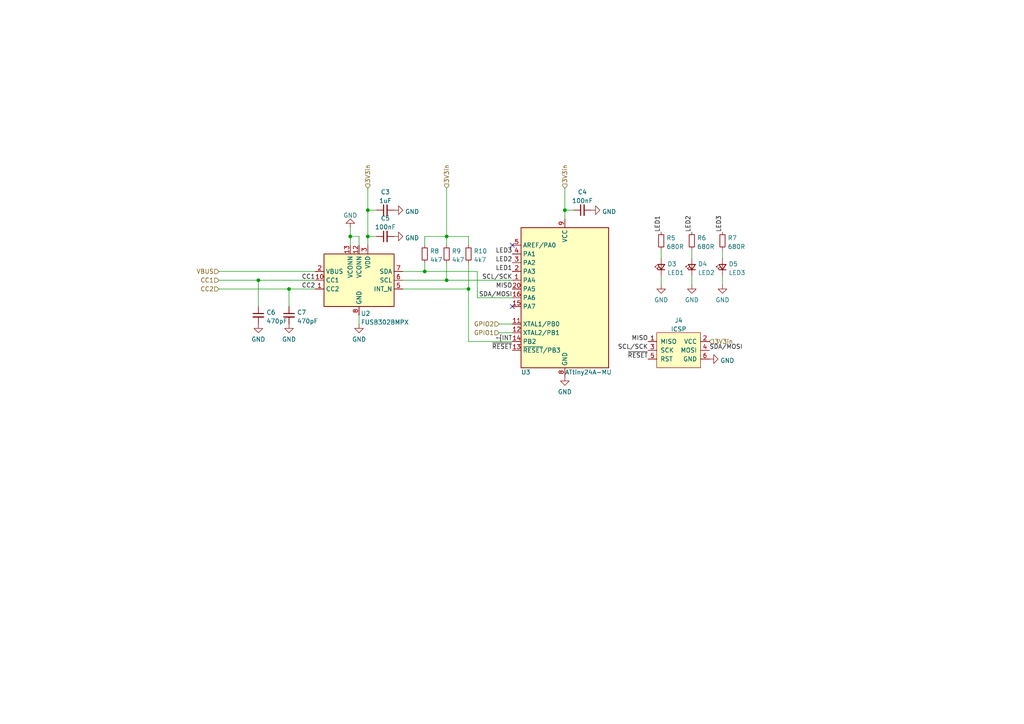
<source format=kicad_sch>
(kicad_sch (version 20211123) (generator eeschema)
  (paper "A4")
  (title_block (title "BloopBox Tailboard") (date "2022-12-03") (rev "1.0.1") (company "Qetesh"))
  (lib_symbols
    (symbol "Device:C_Small" (pin_numbers hide) (pin_names (offset 0.254) hide)
      (property "Reference" "C" (at 0.254 1.778 0))
      (property "Value" "C_Small" (at 0.254 -2.032 0))
      (symbol "C_Small_0_1"
        (polyline (pts (xy -1.524 -0.508) (xy 1.524 -0.508)) (stroke (width 0.3302)))
        (polyline (pts (xy -1.524 0.508) (xy 1.524 0.508)) (stroke (width 0.3048)))
      )
      (symbol "C_Small_1_1"
        (pin passive line (at 0 2.54 270) (length 2.032) (name "~") (number "1"))
        (pin passive line (at 0 -2.54 90) (length 2.032) (name "~") (number "2"))
      )
    )
    (symbol "Device:LED_Small" (pin_numbers hide) (pin_names (offset 0.254) hide)
      (property "Reference" "D" (at -1.27 3.175 0))
      (property "Value" "LED_Small" (at -4.445 -2.54 0))
      (symbol "LED_Small_0_1"
        (polyline (pts (xy -0.762 -1.016) (xy -0.762 1.016)) (stroke (width 0.254)))
        (polyline (pts (xy 1.016 0) (xy -0.762 0)))
        (polyline (pts (xy 0.762 -1.016) (xy -0.762 0) (xy 0.762 1.016) (xy 0.762 -1.016)) (stroke (width 0.254)))
        (polyline (pts (xy 0 0.762) (xy -0.508 1.27) (xy -0.254 1.27) (xy -0.508 1.27) (xy -0.508 1.016)))
        (polyline (pts (xy 0.508 1.27) (xy 0 1.778) (xy 0.254 1.778) (xy 0 1.778) (xy 0 1.524)))
      )
      (symbol "LED_Small_1_1"
        (pin passive line (at -2.54 0 0) (length 1.778) (name "K") (number "1"))
        (pin passive line (at 2.54 0 180) (length 1.778) (name "A") (number "2"))
      )
    )
    (symbol "Device:R_Small" (pin_numbers hide) (pin_names (offset 0.254) hide)
      (property "Reference" "R" (at 0.762 0.508 0))
      (property "Value" "R_Small" (at 0.762 -1.016 0))
      (symbol "R_Small_0_1"
        (rectangle (start -0.762 1.778) (end 0.762 -1.778) (stroke (width 0.2032)))
      )
      (symbol "R_Small_1_1"
        (pin passive line (at 0 2.54 270) (length 0.762) (name "~") (number "1"))
        (pin passive line (at 0 -2.54 90) (length 0.762) (name "~") (number "2"))
      )
    )
    (symbol "Interface_USB:FUSB302BMPX"
      (property "Reference" "U" (at -10.16 8.89 0))
      (property "Value" "FUSB302BMPX" (at 3.81 8.89 0))
      (symbol "FUSB302BMPX_0_1"
        (rectangle (start -10.16 7.62) (end 10.16 -7.62) (stroke (width 0.254)) (fill (type background)))
      )
      (symbol "FUSB302BMPX_1_1"
        (pin bidirectional line (at 12.7 -2.54 180) (length 2.54) (name "CC2") (number "1"))
        (pin bidirectional line (at 12.7 0 180) (length 2.54) (name "CC1") (number "10"))
        (pin bidirectional line (at 12.7 0 180) (length 2.54) hide (name "CC1") (number "11"))
        (pin power_in line (at 0 10.16 270) (length 2.54) (name "VCONN") (number "12"))
        (pin power_in line (at 2.54 10.16 270) (length 2.54) (name "VCONN") (number "13"))
        (pin bidirectional line (at 12.7 -2.54 180) (length 2.54) hide (name "CC2") (number "14"))
        (pin passive line (at 0 -10.16 90) (length 2.54) hide (name "GND") (number "15"))
        (pin input line (at 12.7 2.54 180) (length 2.54) (name "VBUS") (number "2"))
        (pin power_in line (at -2.54 10.16 270) (length 2.54) (name "VDD") (number "3"))
        (pin passive line (at -2.54 10.16 270) (length 2.54) hide (name "VDD") (number "4"))
        (pin open_collector line (at -12.7 -2.54 0) (length 2.54) (name "INT_N") (number "5"))
        (pin input line (at -12.7 0 0) (length 2.54) (name "SCL") (number "6"))
        (pin bidirectional line (at -12.7 2.54 0) (length 2.54) (name "SDA") (number "7"))
        (pin power_in line (at 0 -10.16 90) (length 2.54) (name "GND") (number "8"))
        (pin passive line (at 0 -10.16 90) (length 2.54) hide (name "GND") (number "9"))
      )
    )
    (symbol "MCU_Microchip_ATtiny:ATtiny24A-M"
      (property "Reference" "U" (at -12.7 21.59 0))
      (property "Value" "ATtiny24A-M" (at 2.54 -21.59 0))
      (symbol "ATtiny24A-M_0_1"
        (rectangle (start -12.7 -20.32) (end 12.7 20.32) (stroke (width 0.254)) (fill (type background)))
      )
      (symbol "ATtiny24A-M_1_1"
        (pin bidirectional line (at 15.24 5.08 180) (length 2.54) (name "PA4") (number "1"))
        (pin no_connect line (at -12.7 -10.16 0) (length 2.54) hide (name "NC") (number "10"))
        (pin bidirectional line (at 15.24 -7.62 180) (length 2.54) (name "XTAL1/PB0") (number "11"))
        (pin bidirectional line (at 15.24 -10.16 180) (length 2.54) (name "XTAL2/PB1") (number "12"))
        (pin bidirectional line (at 15.24 -15.24 180) (length 2.54) (name "~{RESET}/PB3") (number "13"))
        (pin bidirectional line (at 15.24 -12.7 180) (length 2.54) (name "PB2") (number "14"))
        (pin bidirectional line (at 15.24 -2.54 180) (length 2.54) (name "PA7") (number "15"))
        (pin bidirectional line (at 15.24 0 180) (length 2.54) (name "PA6") (number "16"))
        (pin no_connect line (at -12.7 -12.7 0) (length 2.54) hide (name "NC") (number "17"))
        (pin no_connect line (at -12.7 -15.24 0) (length 2.54) hide (name "NC") (number "18"))
        (pin no_connect line (at -12.7 -17.78 0) (length 2.54) hide (name "NC") (number "19"))
        (pin bidirectional line (at 15.24 7.62 180) (length 2.54) (name "PA3") (number "2"))
        (pin bidirectional line (at 15.24 2.54 180) (length 2.54) (name "PA5") (number "20"))
        (pin passive line (at 0 -22.86 90) (length 2.54) hide (name "GND") (number "21"))
        (pin bidirectional line (at 15.24 10.16 180) (length 2.54) (name "PA2") (number "3"))
        (pin bidirectional line (at 15.24 12.7 180) (length 2.54) (name "PA1") (number "4"))
        (pin bidirectional line (at 15.24 15.24 180) (length 2.54) (name "AREF/PA0") (number "5"))
        (pin no_connect line (at -12.7 -5.08 0) (length 2.54) hide (name "NC") (number "6"))
        (pin no_connect line (at -12.7 -7.62 0) (length 2.54) hide (name "NC") (number "7"))
        (pin power_in line (at 0 -22.86 90) (length 2.54) (name "GND") (number "8"))
        (pin power_in line (at 0 22.86 270) (length 2.54) (name "VCC") (number "9"))
      )
    )
    (symbol "My_Symbols:ICSP" (pin_names (offset 1.016))
      (property "Reference" "J" (at 0 0 0))
      (property "Value" "ICSP" (at 0 0 0))
      (symbol "ICSP_0_1"
        (rectangle (start -6.35 -1.27) (end 6.35 -11.43) (fill (type background)))
      )
      (symbol "ICSP_1_1"
        (pin passive line (at -8.89 -3.81 0) (length 2.54) (name "MISO") (number "1"))
        (pin passive line (at 8.89 -3.81 180) (length 2.54) (name "VCC") (number "2"))
        (pin passive line (at -8.89 -6.35 0) (length 2.54) (name "SCK") (number "3"))
        (pin passive line (at 8.89 -6.35 180) (length 2.54) (name "MOSI") (number "4"))
        (pin passive line (at -8.89 -8.89 0) (length 2.54) (name "RST") (number "5"))
        (pin passive line (at 8.89 -8.89 180) (length 2.54) (name "GND") (number "6"))
      )
    )
    (symbol "power:GND" (power) (pin_names (offset 0))
      (property "Value" "GND" (at 0 -3.81 0))
      (symbol "GND_0_1"
        (polyline (pts (xy 0 0) (xy 0 -1.27) (xy 1.27 -1.27) (xy 0 -2.54) (xy -1.27 -1.27) (xy 0 -1.27)))
      )
      (symbol "GND_1_1"
        (pin power_in line (at 0 0 270) (length 0) hide (name "GND") (number "1"))
      )
    )
  )
  (junction (at 163.83 60.96))
  (junction (at 83.82 83.82))
  (junction (at 74.93 81.28))
  (junction (at 101.6 68.58))
  (junction (at 123.19 78.74))
  (junction (at 135.89 83.82))
  (junction (at 129.54 81.28))
  (junction (at 129.54 68.58))
  (junction (at 106.68 60.96))
  (junction (at 106.68 68.58))
  (no_connect (at 148.59 71.12))
  (no_connect (at 148.59 88.9))
  (wire (pts (xy 63.5 81.28) (xy 74.93 81.28)))
  (wire (pts (xy 135.89 76.2) (xy 135.89 83.82)))
  (wire (pts (xy 63.5 83.82) (xy 83.82 83.82)))
  (wire (pts (xy 101.6 68.58) (xy 101.6 71.12)))
  (wire (pts (xy 101.6 66.04) (xy 101.6 68.58)))
  (wire (pts (xy 106.68 54.61) (xy 106.68 60.96)))
  (wire (pts (xy 83.82 83.82) (xy 83.82 88.9)))
  (wire (pts (xy 123.19 71.12) (xy 123.19 68.58)))
  (wire (pts (xy 106.68 68.58) (xy 109.22 68.58)))
  (wire (pts (xy 91.44 83.82) (xy 83.82 83.82)))
  (wire (pts (xy 135.89 71.12) (xy 135.89 68.58)))
  (wire (pts (xy 123.19 68.58) (xy 129.54 68.58)))
  (wire (pts (xy 123.19 76.2) (xy 123.19 78.74)))
  (wire (pts (xy 104.14 68.58) (xy 101.6 68.58)))
  (wire (pts (xy 129.54 76.2) (xy 129.54 81.28)))
  (wire (pts (xy 166.37 60.96) (xy 163.83 60.96)))
  (wire (pts (xy 209.55 72.39) (xy 209.55 74.93)))
  (wire (pts (xy 144.78 93.98) (xy 148.59 93.98)))
  (wire (pts (xy 209.55 82.55) (xy 209.55 80.01)))
  (wire (pts (xy 104.14 93.98) (xy 104.14 91.44)))
  (wire (pts (xy 106.68 60.96) (xy 106.68 68.58)))
  (wire (pts (xy 200.66 72.39) (xy 200.66 74.93)))
  (wire (pts (xy 200.66 82.55) (xy 200.66 80.01)))
  (wire (pts (xy 144.78 96.52) (xy 148.59 96.52)))
  (wire (pts (xy 123.19 78.74) (xy 138.43 78.74)))
  (wire (pts (xy 129.54 68.58) (xy 129.54 71.12)))
  (wire (pts (xy 116.84 81.28) (xy 129.54 81.28)))
  (wire (pts (xy 63.5 78.74) (xy 91.44 78.74)))
  (wire (pts (xy 74.93 81.28) (xy 74.93 88.9)))
  (wire (pts (xy 163.83 60.96) (xy 163.83 63.5)))
  (wire (pts (xy 123.19 78.74) (xy 116.84 78.74)))
  (wire (pts (xy 138.43 86.36) (xy 138.43 78.74)))
  (wire (pts (xy 129.54 54.61) (xy 129.54 68.58)))
  (wire (pts (xy 106.68 60.96) (xy 109.22 60.96)))
  (wire (pts (xy 106.68 71.12) (xy 106.68 68.58)))
  (wire (pts (xy 191.77 72.39) (xy 191.77 74.93)))
  (wire (pts (xy 135.89 83.82) (xy 135.89 99.06)))
  (wire (pts (xy 163.83 60.96) (xy 163.83 54.61)))
  (wire (pts (xy 104.14 71.12) (xy 104.14 68.58)))
  (wire (pts (xy 135.89 99.06) (xy 148.59 99.06)))
  (wire (pts (xy 129.54 68.58) (xy 135.89 68.58)))
  (wire (pts (xy 74.93 81.28) (xy 91.44 81.28)))
  (wire (pts (xy 129.54 81.28) (xy 148.59 81.28)))
  (wire (pts (xy 191.77 82.55) (xy 191.77 80.01)))
  (wire (pts (xy 148.59 86.36) (xy 138.43 86.36)))
  (wire (pts (xy 135.89 83.82) (xy 116.84 83.82)))
  (label "MISO" (at 148.59 83.82 180))
  (label "LED1" (at 191.77 67.31 90))
  (label "SDA{slash}MOSI" (at 205.74 101.6 0))
  (label "LED2" (at 200.66 67.31 90))
  (label "CC1" (at 91.44 81.28 180))
  (label "SDA{slash}MOSI" (at 148.59 86.36 180))
  (label "~{RESET}" (at 148.59 101.6 180))
  (label "~{RESET}" (at 187.96 104.14 180))
  (label "SCL{slash}SCK" (at 148.59 81.28 180))
  (label "CC2" (at 91.44 83.82 180))
  (label "~{INT" (at 148.59 99.06 180))
  (label "SCL{slash}SCK" (at 187.96 101.6 180))
  (label "LED2" (at 148.59 76.2 180))
  (label "LED3" (at 148.59 73.66 180))
  (label "LED3" (at 209.55 67.31 90))
  (label "MISO" (at 187.96 99.06 180))
  (label "LED1" (at 148.59 78.74 180))
  (hierarchical_label "3V3in" (shape input) (at 106.68 54.61 90))
  (hierarchical_label "3V3in" (shape input) (at 129.54 54.61 90))
  (hierarchical_label "CC2" (shape input) (at 63.5 83.82 180))
  (hierarchical_label "GPIO2" (shape input) (at 144.78 93.98 180))
  (hierarchical_label "VBUS" (shape input) (at 63.5 78.74 180))
  (hierarchical_label "3V3in" (shape input) (at 163.83 54.61 90))
  (hierarchical_label "3V3in" (shape input) (at 205.74 99.06 0))
  (hierarchical_label "GPIO1" (shape input) (at 144.78 96.52 180))
  (hierarchical_label "CC1" (shape input) (at 63.5 81.28 180))
  (symbol (lib_id "power:GND") (at 101.6 66.04 180) (unit 1)
    (property "Reference" "#PWR026" (effects hide))
    (property "Value" "GND" (at 101.6 62.4642 0))
  )
  (symbol (lib_id "power:GND") (at 114.3 68.58 90) (unit 1)
    (property "Reference" "#PWR027" (effects hide))
    (property "Value" "GND" (at 117.475 69.0138 90) (effects (justify right)))
  )
  (symbol (lib_id "Device:C_Small") (at 74.93 91.44 0) (unit 1)
    (property "Reference" "C6" (at 77.2541 90.6116 0) (effects (justify left)))
    (property "Value" "470pF" (at 77.2541 93.1485 0) (effects (justify left)))
    (property "Footprint" "Capacitor_SMD:C_0402_1005Metric" (effects hide))
    (property "LCSC" "C1537" (effects hide))
  )
  (symbol (lib_id "Device:R_Small") (at 129.54 73.66 0) (unit 1)
    (property "Reference" "R9" (at 131.0386 72.8253 0) (effects (justify left)))
    (property "Value" "4k7" (at 131.0386 75.3622 0) (effects (justify left)))
    (property "Footprint" "Resistor_SMD:R_0402_1005Metric" (effects hide))
  )
  (symbol (lib_id "Device:C_Small") (at 111.76 60.96 90) (unit 1)
    (property "Reference" "C3" (at 111.7663 55.6981 90))
    (property "Value" "1uF" (at 111.7663 58.235 90))
    (property "Footprint" "Capacitor_SMD:C_0402_1005Metric" (effects hide))
    (property "LCSC" "C52923" (effects hide))
  )
  (symbol (lib_id "MCU_Microchip_ATtiny:ATtiny24A-M") (at 163.83 86.36 0) (mirror y) (unit 1)
    (property "Reference" "U3" (at 151.13 107.95 0) (effects (justify right)))
    (property "Value" "ATtiny24A-MU" (at 163.83 107.95 0) (effects (justify right)))
    (property "Footprint" "Package_DFN_QFN:QFN-20-1EP_4x4mm_P0.5mm_EP2.6x2.6mm" (effects hide))
    (property "Datasheet" "http://ww1.microchip.com/downloads/en/DeviceDoc/doc8183.pdf" (effects hide))
    (property "LCSC" "C8726" (effects hide))
  )
  (symbol (lib_id "power:GND") (at 114.3 60.96 90) (unit 1)
    (property "Reference" "#PWR024" (effects hide))
    (property "Value" "GND" (at 117.475 61.3938 90) (effects (justify right)))
  )
  (symbol (lib_id "power:GND") (at 191.77 82.55 0) (unit 1)
    (property "Reference" "#PWR028" (effects hide))
    (property "Value" "GND" (at 191.77 86.9934 0))
  )
  (symbol (lib_id "My_Symbols:ICSP") (at 196.85 95.25 0) (unit 1)
    (property "Reference" "J4" (at 196.85 92.9472 0))
    (property "Value" "ICSP" (at 196.85 95.4841 0))
    (property "Footprint" "Connector_PinHeader_2.54mm:PinHeader_2x03_P2.54mm_Vertical" (effects hide))
  )
  (symbol (lib_id "power:GND") (at 209.55 82.55 0) (unit 1)
    (property "Reference" "#PWR030" (effects hide))
    (property "Value" "GND" (at 209.55 86.9934 0))
  )
  (symbol (lib_id "Device:LED_Small") (at 200.66 77.47 90) (unit 1)
    (property "Reference" "D4" (at 202.438 76.5718 90) (effects (justify right)))
    (property "Value" "LED2" (at 202.438 79.1087 90) (effects (justify right)))
    (property "Footprint" "LED_SMD:LED_0603_1608Metric" (effects hide))
    (property "LCSC" "C72038" (effects hide))
  )
  (symbol (lib_id "Device:LED_Small") (at 209.55 77.47 90) (unit 1)
    (property "Reference" "D5" (at 211.328 76.5718 90) (effects (justify right)))
    (property "Value" "LED3" (at 211.328 79.1087 90) (effects (justify right)))
    (property "Footprint" "LED_SMD:LED_0603_1608Metric" (effects hide))
    (property "LCSC" "C72038" (effects hide))
  )
  (symbol (lib_id "Device:C_Small") (at 83.82 91.44 0) (unit 1)
    (property "Reference" "C7" (at 86.1441 90.6116 0) (effects (justify left)))
    (property "Value" "470pF" (at 86.1441 93.1485 0) (effects (justify left)))
    (property "Footprint" "Capacitor_SMD:C_0402_1005Metric" (effects hide))
    (property "LCSC" "C1537" (effects hide))
  )
  (symbol (lib_id "Interface_USB:FUSB302BMPX") (at 104.14 81.28 0) (mirror y) (unit 1)
    (property "Reference" "U2" (at 104.6606 90.9304 0) (effects (justify right)))
    (property "Value" "FUSB302BMPX" (at 104.6606 93.4673 0) (effects (justify right)))
    (property "Footprint" "Package_DFN_QFN:WQFN-14-1EP_2.5x2.5mm_P0.5mm_EP1.45x1.45mm" (effects hide))
    (property "Datasheet" "http://www.onsemi.com/pub/Collateral/FUSB302B-D.PDF" (effects hide))
    (property "LCSC" "C132291" (effects hide))
  )
  (symbol (lib_id "Device:C_Small") (at 111.76 68.58 90) (unit 1)
    (property "Reference" "C5" (at 111.7663 63.3181 90))
    (property "Value" "100nF" (at 111.7663 65.855 90))
    (property "Footprint" "Capacitor_SMD:C_0402_1005Metric" (effects hide))
    (property "LCSC" "C1525" (effects hide))
  )
  (symbol (lib_id "power:GND") (at 163.83 109.22 0) (unit 1)
    (property "Reference" "#PWR035" (effects hide))
    (property "Value" "GND" (at 163.83 113.6634 0))
  )
  (symbol (lib_id "power:GND") (at 200.66 82.55 0) (unit 1)
    (property "Reference" "#PWR029" (effects hide))
    (property "Value" "GND" (at 200.66 86.9934 0))
  )
  (symbol (lib_id "power:GND") (at 104.14 93.98 0) (unit 1)
    (property "Reference" "#PWR033" (effects hide))
    (property "Value" "GND" (at 104.14 98.4234 0))
  )
  (symbol (lib_id "Device:LED_Small") (at 191.77 77.47 90) (unit 1)
    (property "Reference" "D3" (at 193.548 76.5718 90) (effects (justify right)))
    (property "Value" "LED1" (at 193.548 79.1087 90) (effects (justify right)))
    (property "Footprint" "LED_SMD:LED_0603_1608Metric" (effects hide))
    (property "LCSC" "C72038" (effects hide))
  )
  (symbol (lib_id "Device:R_Small") (at 200.66 69.85 0) (unit 1)
    (property "Reference" "R6" (at 202.1586 69.0153 0) (effects (justify left)))
    (property "Value" "680R" (at 202.1586 71.5522 0) (effects (justify left)))
    (property "Footprint" "Resistor_SMD:R_0402_1005Metric" (effects hide))
  )
  (symbol (lib_id "power:GND") (at 171.45 60.96 90) (unit 1)
    (property "Reference" "#PWR025" (effects hide))
    (property "Value" "GND" (at 174.625 61.3938 90) (effects (justify right)))
  )
  (symbol (lib_id "Device:R_Small") (at 209.55 69.85 0) (unit 1)
    (property "Reference" "R7" (at 211.0486 69.0153 0) (effects (justify left)))
    (property "Value" "680R" (at 211.0486 71.5522 0) (effects (justify left)))
    (property "Footprint" "Resistor_SMD:R_0402_1005Metric" (effects hide))
  )
  (symbol (lib_id "Device:C_Small") (at 168.91 60.96 90) (unit 1)
    (property "Reference" "C4" (at 168.9163 55.6981 90))
    (property "Value" "100nF" (at 168.9163 58.235 90))
    (property "Footprint" "Capacitor_SMD:C_0402_1005Metric" (effects hide))
    (property "LCSC" "C1525" (effects hide))
  )
  (symbol (lib_id "Device:R_Small") (at 191.77 69.85 0) (unit 1)
    (property "Reference" "R5" (at 193.2686 69.0153 0) (effects (justify left)))
    (property "Value" "680R" (at 193.2686 71.5522 0) (effects (justify left)))
    (property "Footprint" "Resistor_SMD:R_0402_1005Metric" (effects hide))
  )
  (symbol (lib_id "power:GND") (at 74.93 93.98 0) (unit 1)
    (property "Reference" "#PWR031" (effects hide))
    (property "Value" "GND" (at 74.93 98.4234 0))
  )
  (symbol (lib_id "power:GND") (at 83.82 93.98 0) (unit 1)
    (property "Reference" "#PWR032" (effects hide))
    (property "Value" "GND" (at 83.82 98.4234 0))
  )
  (symbol (lib_id "Device:R_Small") (at 135.89 73.66 0) (unit 1)
    (property "Reference" "R10" (at 137.3886 72.8253 0) (effects (justify left)))
    (property "Value" "4k7" (at 137.3886 75.3622 0) (effects (justify left)))
    (property "Footprint" "Resistor_SMD:R_0402_1005Metric" (effects hide))
  )
  (symbol (lib_id "Device:R_Small") (at 123.19 73.66 0) (unit 1)
    (property "Reference" "R8" (at 124.6886 72.8253 0) (effects (justify left)))
    (property "Value" "4k7" (at 124.6886 75.3622 0) (effects (justify left)))
    (property "Footprint" "Resistor_SMD:R_0402_1005Metric" (effects hide))
  )
  (symbol (lib_id "power:GND") (at 205.74 104.14 90) (unit 1)
    (property "Reference" "#PWR034" (effects hide))
    (property "Value" "GND" (at 208.915 104.5738 90) (effects (justify right)))
  )
)
</source>
